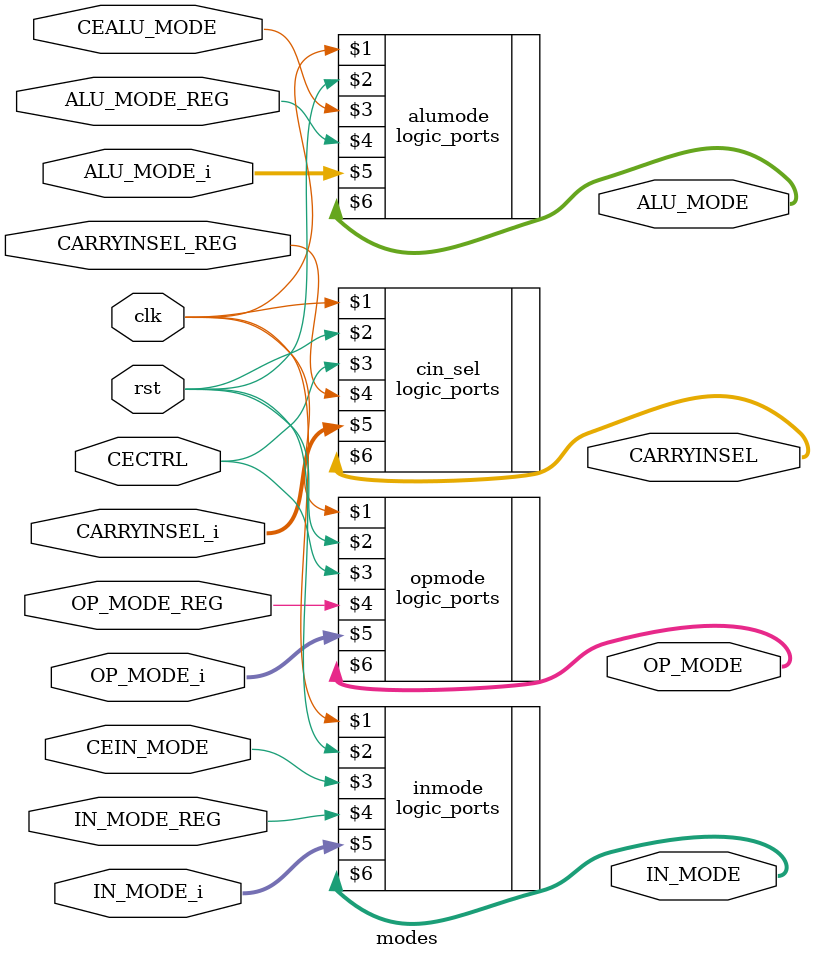
<source format=v>
module modes(
	
	input						clk,
	input						rst,
	input						CECTRL,
	input						CEALU_MODE,
	input						CEIN_MODE,
	input						IN_MODE_REG,
	input						ALU_MODE_REG,
	input						CARRYINSEL_REG,
	input						OP_MODE_REG,
	input		[6:0]			OP_MODE_i,
	input		[4:0]			IN_MODE_i,
	input		[3:0]			ALU_MODE_i,
	input		[1:0]			CARRYINSEL_i,
	output		[6:0]			OP_MODE,
	output		[4:0]			IN_MODE,
	output		[3:0]			ALU_MODE,
	output		[1:0]			CARRYINSEL
	);

// OP MODE 
logic_ports #(7) opmode(clk,rst,CECTRL,OP_MODE_REG,OP_MODE_i,OP_MODE);

// CARRY IN SELECT
logic_ports #(2) cin_sel(clk,rst,CECTRL,CARRYINSEL_REG,CARRYINSEL_i,CARRYINSEL);

// ALU MODE 
logic_ports #(4) alumode(clk,rst,CEALU_MODE,ALU_MODE_REG,ALU_MODE_i,ALU_MODE);

// IN MODE 
logic_ports #(5) inmode(clk,rst,CEIN_MODE,IN_MODE_REG,IN_MODE_i,IN_MODE);

endmodule



</source>
